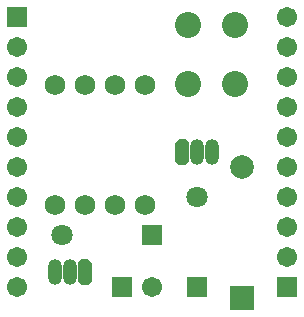
<source format=gbr>
G04 DipTrace 2.4.0.2*
%INBottomMask.gbr*%
%MOIN*%
%ADD19R,0.0709X0.0709*%
%ADD33C,0.068*%
%ADD35C,0.068*%
%ADD37O,0.0474X0.0867*%
%ADD39C,0.087*%
%ADD40C,0.071*%
%ADD41C,0.0789*%
%ADD43R,0.0789X0.0789*%
%ADD46C,0.0671*%
%ADD48R,0.0671X0.0671*%
%FSLAX44Y44*%
G04*
G70*
G90*
G75*
G01*
%LNBotMask*%
%LPD*%
D48*
X8440Y4940D3*
D46*
X9440D3*
D40*
X10940Y7940D3*
D19*
Y4940D3*
D43*
X12440Y4590D3*
D41*
Y8940D3*
D39*
X12190Y13690D3*
Y11721D3*
X10615D3*
X10613Y13686D3*
G36*
X10203Y9128D2*
X10325Y9006D1*
X10555D1*
X10677Y9128D1*
Y9752D1*
X10555Y9874D1*
X10325D1*
X10203Y9752D1*
Y9128D1*
G37*
D37*
X10940Y9440D3*
X11440D3*
D35*
X9190Y7690D3*
D33*
Y11690D3*
D40*
X6440Y6690D3*
D19*
X9440D3*
G36*
X7427Y5752D2*
X7305Y5874D1*
X7075D1*
X6953Y5752D1*
Y5128D1*
X7075Y5006D1*
X7305D1*
X7427Y5128D1*
Y5752D1*
G37*
D37*
X6690Y5440D3*
X6190D3*
D35*
X8190Y7690D3*
D33*
Y11690D3*
D35*
X7190D3*
D33*
Y7690D3*
D35*
X6190Y11690D3*
D33*
Y7690D3*
D48*
X4940Y13940D3*
D46*
Y12940D3*
Y11940D3*
Y10940D3*
Y9940D3*
Y8940D3*
Y7940D3*
Y6940D3*
Y5940D3*
Y4940D3*
D48*
X13940D3*
D46*
Y5940D3*
Y6940D3*
Y7940D3*
Y8940D3*
Y9940D3*
Y10940D3*
Y11940D3*
Y12940D3*
Y13940D3*
M02*

</source>
